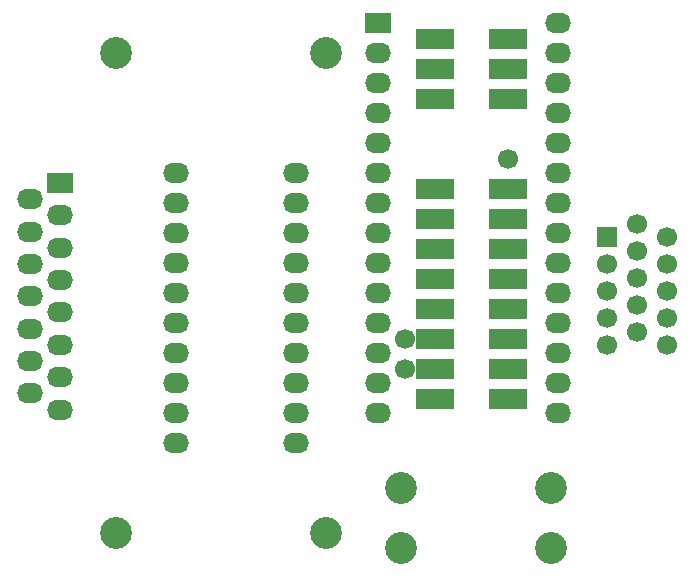
<source format=gbr>
G04 --- HEADER BEGIN --- *
%TF.GenerationSoftware,LibrePCB,LibrePCB,0.1.3*%
%TF.CreationDate,2020-04-15T18:42:34*%
%TF.ProjectId,Apple 2c VGA - default,6ee0dbe1-6aad-4263-9a0f-7c091fb3c0df,v1.1*%
%TF.Part,Single*%
%FSLAX66Y66*%
%MOMM*%
G01*
G74*
G04 --- HEADER END --- *
G04 --- APERTURE LIST BEGIN --- *
%ADD10C,2.7*%
%ADD11O,2.2X1.7*%
%ADD12C,1.7*%
%ADD13R,1.7X1.7*%
%ADD14R,2.2X1.7*%
%ADD15R,3.2X1.7*%
G04 --- APERTURE LIST END --- *
G04 --- BOARD BEGIN --- *
D10*
X17780000Y45720000D03*
X35560000Y45720000D03*
X35560000Y5080000D03*
X17780000Y5080000D03*
D11*
X22860000Y12700000D03*
X33020000Y20320000D03*
X22860000Y35560000D03*
X33020000Y33020000D03*
X33020000Y25400000D03*
X22860000Y33020000D03*
X22860000Y25400000D03*
X33020000Y35560000D03*
X33020000Y30480000D03*
X22860000Y30480000D03*
X33020000Y27940000D03*
X33020000Y15240000D03*
X22860000Y17780000D03*
X33020000Y12700000D03*
X22860000Y22860000D03*
X22860000Y20320000D03*
X22860000Y27940000D03*
X22860000Y15240000D03*
X33020000Y22860000D03*
X33020000Y17780000D03*
D12*
X64452500Y30145000D03*
X64452500Y27855000D03*
X64452500Y20985000D03*
X61912500Y26710000D03*
X64452500Y23275000D03*
D13*
X59372500Y30145000D03*
D12*
X59372500Y23275000D03*
X59372500Y25565000D03*
X59372500Y20985000D03*
X61912500Y22130000D03*
X61912500Y24420000D03*
X61912500Y29000000D03*
X61912500Y31290000D03*
X59372500Y27855000D03*
X64452500Y25565000D03*
D14*
X13017500Y34737500D03*
D11*
X13017500Y18297500D03*
X10477500Y16927500D03*
X13017500Y23777500D03*
X10477500Y22407500D03*
X13017500Y26517500D03*
X13017500Y15557500D03*
X10477500Y33367500D03*
X10477500Y27887500D03*
X13017500Y31997500D03*
X10477500Y19667500D03*
X10477500Y25147500D03*
X13017500Y21037500D03*
X13017500Y29257500D03*
X10477500Y30627500D03*
D10*
X41910000Y8890000D03*
X54610000Y3810000D03*
X41910000Y3810000D03*
X54610000Y8890000D03*
D15*
X50950600Y26617600D03*
X44797000Y24077600D03*
D11*
X55245000Y35560000D03*
X40005000Y43180000D03*
D14*
X40005000Y48260000D03*
D11*
X40005000Y27940000D03*
D15*
X50950600Y44397600D03*
X44797000Y31697600D03*
X50950600Y31697600D03*
X44797000Y44397600D03*
D11*
X40005000Y30480000D03*
X55245000Y22860000D03*
X55245000Y30480000D03*
D15*
X44797000Y21537600D03*
D12*
X50950600Y36777600D03*
D11*
X40005000Y40640000D03*
D12*
X42257000Y18997600D03*
D15*
X44797000Y16457600D03*
D11*
X55245000Y38100000D03*
D15*
X50950600Y41857600D03*
X44797000Y26617600D03*
D11*
X40005000Y20320000D03*
X55245000Y20320000D03*
D15*
X50950600Y21537600D03*
D11*
X40005000Y38100000D03*
D15*
X50950600Y34237600D03*
D11*
X40005000Y25400000D03*
X40005000Y22860000D03*
D15*
X50950600Y18997600D03*
D11*
X55245000Y40640000D03*
X40005000Y33020000D03*
D15*
X44797000Y41857600D03*
D11*
X55245000Y43180000D03*
X55245000Y15240000D03*
D15*
X44797000Y46937600D03*
D12*
X42257000Y21537600D03*
D15*
X44797000Y29157600D03*
D11*
X55245000Y33020000D03*
X40005000Y45720000D03*
X40005000Y17780000D03*
D15*
X50950600Y29157600D03*
X44797000Y34237600D03*
X50950600Y24077600D03*
X44797000Y18997600D03*
D11*
X55245000Y48260000D03*
X55245000Y27940000D03*
D15*
X50950600Y16457600D03*
D11*
X55245000Y25400000D03*
X55245000Y45720000D03*
X40005000Y35560000D03*
D15*
X50950600Y46937600D03*
D11*
X40005000Y15240000D03*
X55245000Y17780000D03*
G04 --- BOARD END --- *
%TF.MD5,f45d8d49ace1e2bbed949079d674d05c*%
M02*

</source>
